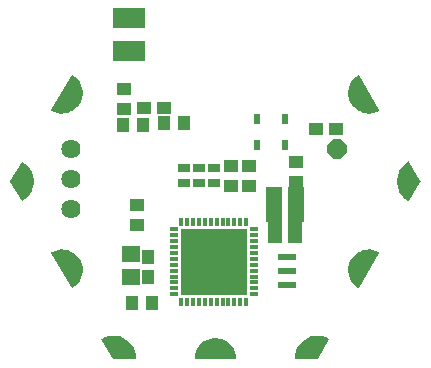
<source format=gbr>
G04 EAGLE Gerber RS-274X export*
G75*
%MOMM*%
%FSLAX34Y34*%
%LPD*%
%INSoldermask Bottom*%
%IPPOS*%
%AMOC8*
5,1,8,0,0,1.08239X$1,22.5*%
G01*
%ADD10R,1.201600X1.101600*%
%ADD11R,1.401600X1.601600*%
%ADD12R,1.101600X1.201600*%
%ADD13R,1.501597X0.501600*%
%ADD14R,1.601600X1.401600*%
%ADD15C,1.101600*%
%ADD16R,0.651600X0.398781*%
%ADD17R,0.398781X0.651600*%
%ADD18R,5.701600X5.701600*%
%ADD19P,1.759533X8X202.500000*%
%ADD20C,1.625600*%
%ADD21R,1.001600X0.801600*%
%ADD22R,0.601600X0.901600*%
%ADD23R,2.801600X1.701600*%

G36*
X16929Y94D02*
X16929Y94D01*
X16958Y92D01*
X17025Y114D01*
X17095Y128D01*
X17119Y144D01*
X17147Y153D01*
X17200Y200D01*
X17259Y240D01*
X17275Y265D01*
X17297Y284D01*
X17328Y348D01*
X17366Y408D01*
X17371Y437D01*
X17383Y463D01*
X17392Y562D01*
X17399Y604D01*
X17396Y615D01*
X17398Y629D01*
X17166Y3427D01*
X17156Y3460D01*
X17152Y3508D01*
X16463Y6230D01*
X16448Y6261D01*
X16436Y6308D01*
X15308Y8879D01*
X15288Y8907D01*
X15269Y8952D01*
X13733Y11302D01*
X13709Y11327D01*
X13683Y11367D01*
X11781Y13433D01*
X11753Y13453D01*
X11720Y13489D01*
X9505Y15213D01*
X9474Y15229D01*
X9436Y15258D01*
X6966Y16595D01*
X6933Y16605D01*
X6891Y16628D01*
X5705Y17035D01*
X4251Y17534D01*
X4235Y17540D01*
X4201Y17544D01*
X4155Y17560D01*
X1386Y18022D01*
X1351Y18021D01*
X1304Y18029D01*
X-1504Y18029D01*
X-1538Y18022D01*
X-1586Y18022D01*
X-4355Y17560D01*
X-4388Y17547D01*
X-4435Y17540D01*
X-7091Y16628D01*
X-7121Y16610D01*
X-7166Y16595D01*
X-9636Y15258D01*
X-9662Y15236D01*
X-9705Y15213D01*
X-11920Y13489D01*
X-11943Y13462D01*
X-11981Y13433D01*
X-13883Y11367D01*
X-13901Y11338D01*
X-13933Y11302D01*
X-15469Y8952D01*
X-15482Y8919D01*
X-15508Y8879D01*
X-16636Y6308D01*
X-16643Y6274D01*
X-16646Y6268D01*
X-16652Y6259D01*
X-16653Y6253D01*
X-16663Y6230D01*
X-17352Y3508D01*
X-17354Y3473D01*
X-17366Y3427D01*
X-17598Y629D01*
X-17594Y600D01*
X-17599Y571D01*
X-17583Y502D01*
X-17574Y431D01*
X-17560Y406D01*
X-17553Y378D01*
X-17511Y320D01*
X-17476Y259D01*
X-17452Y241D01*
X-17435Y217D01*
X-17374Y181D01*
X-17317Y138D01*
X-17289Y131D01*
X-17264Y116D01*
X-17166Y99D01*
X-17125Y89D01*
X-17114Y91D01*
X-17100Y88D01*
X16900Y88D01*
X16929Y94D01*
G37*
G36*
X-121493Y60397D02*
X-121493Y60397D01*
X-121422Y60394D01*
X-121395Y60405D01*
X-121366Y60407D01*
X-121276Y60449D01*
X-121236Y60464D01*
X-121228Y60472D01*
X-121215Y60477D01*
X-118912Y62077D01*
X-118888Y62102D01*
X-118848Y62129D01*
X-116839Y64086D01*
X-116820Y64115D01*
X-116785Y64149D01*
X-115126Y66409D01*
X-115111Y66441D01*
X-115082Y66480D01*
X-113818Y68983D01*
X-113809Y69016D01*
X-113787Y69059D01*
X-112951Y71736D01*
X-112948Y71771D01*
X-112933Y71817D01*
X-112550Y74595D01*
X-112552Y74630D01*
X-112546Y74677D01*
X-112625Y77481D01*
X-112633Y77515D01*
X-112634Y77563D01*
X-113173Y80315D01*
X-113187Y80347D01*
X-113196Y80394D01*
X-114181Y83020D01*
X-114196Y83045D01*
X-114201Y83064D01*
X-114209Y83075D01*
X-114216Y83094D01*
X-115620Y85522D01*
X-115643Y85548D01*
X-115667Y85590D01*
X-117451Y87754D01*
X-117478Y87775D01*
X-117509Y87813D01*
X-119625Y89653D01*
X-119655Y89670D01*
X-119691Y89702D01*
X-122082Y91169D01*
X-122114Y91181D01*
X-122155Y91206D01*
X-124754Y92260D01*
X-124788Y92266D01*
X-124833Y92284D01*
X-127570Y92896D01*
X-127605Y92897D01*
X-127652Y92907D01*
X-130452Y93060D01*
X-130486Y93055D01*
X-130534Y93058D01*
X-133322Y92747D01*
X-133355Y92737D01*
X-133403Y92731D01*
X-136101Y91966D01*
X-136131Y91951D01*
X-136178Y91937D01*
X-138713Y90739D01*
X-138737Y90721D01*
X-138764Y90711D01*
X-138816Y90662D01*
X-138873Y90620D01*
X-138887Y90595D01*
X-138909Y90575D01*
X-138937Y90509D01*
X-138973Y90448D01*
X-138976Y90419D01*
X-138988Y90392D01*
X-138989Y90321D01*
X-138998Y90251D01*
X-138990Y90223D01*
X-138990Y90193D01*
X-138956Y90101D01*
X-138944Y90059D01*
X-138937Y90051D01*
X-138932Y90038D01*
X-121932Y60638D01*
X-121913Y60616D01*
X-121900Y60589D01*
X-121847Y60542D01*
X-121800Y60489D01*
X-121774Y60476D01*
X-121752Y60457D01*
X-121685Y60434D01*
X-121621Y60403D01*
X-121592Y60402D01*
X-121564Y60392D01*
X-121493Y60397D01*
G37*
G36*
X130286Y208120D02*
X130286Y208120D01*
X130334Y208118D01*
X133122Y208428D01*
X133155Y208438D01*
X133203Y208444D01*
X135901Y209209D01*
X135931Y209225D01*
X135978Y209238D01*
X138513Y210436D01*
X138537Y210454D01*
X138564Y210464D01*
X138616Y210513D01*
X138673Y210555D01*
X138687Y210580D01*
X138709Y210600D01*
X138737Y210666D01*
X138773Y210727D01*
X138776Y210756D01*
X138788Y210783D01*
X138789Y210854D01*
X138798Y210924D01*
X138790Y210952D01*
X138790Y210982D01*
X138756Y211074D01*
X138744Y211116D01*
X138737Y211125D01*
X138732Y211137D01*
X121732Y240537D01*
X121713Y240559D01*
X121700Y240586D01*
X121647Y240633D01*
X121600Y240686D01*
X121574Y240699D01*
X121552Y240718D01*
X121485Y240741D01*
X121421Y240772D01*
X121392Y240773D01*
X121364Y240783D01*
X121293Y240778D01*
X121222Y240781D01*
X121195Y240770D01*
X121166Y240768D01*
X121076Y240726D01*
X121036Y240711D01*
X121028Y240704D01*
X121015Y240698D01*
X118712Y239098D01*
X118688Y239073D01*
X118648Y239046D01*
X116639Y237089D01*
X116620Y237060D01*
X116585Y237026D01*
X114926Y234766D01*
X114911Y234734D01*
X114882Y234695D01*
X113618Y232192D01*
X113609Y232159D01*
X113587Y232116D01*
X112751Y229439D01*
X112748Y229404D01*
X112733Y229358D01*
X112350Y226580D01*
X112352Y226545D01*
X112346Y226498D01*
X112425Y223694D01*
X112433Y223660D01*
X112434Y223612D01*
X112973Y220860D01*
X112987Y220828D01*
X112996Y220781D01*
X113981Y218155D01*
X113999Y218126D01*
X114016Y218081D01*
X115420Y215653D01*
X115443Y215627D01*
X115467Y215585D01*
X117251Y213421D01*
X117278Y213400D01*
X117309Y213362D01*
X119425Y211522D01*
X119455Y211505D01*
X119491Y211473D01*
X121882Y210006D01*
X121914Y209994D01*
X121955Y209969D01*
X124554Y208915D01*
X124588Y208909D01*
X124633Y208891D01*
X127370Y208279D01*
X127405Y208278D01*
X127452Y208268D01*
X130252Y208115D01*
X130286Y208120D01*
G37*
G36*
X121326Y60398D02*
X121326Y60398D01*
X121397Y60398D01*
X121424Y60409D01*
X121453Y60412D01*
X121515Y60447D01*
X121580Y60474D01*
X121601Y60495D01*
X121626Y60509D01*
X121689Y60586D01*
X121719Y60616D01*
X121723Y60627D01*
X121732Y60638D01*
X138732Y90038D01*
X138741Y90065D01*
X138758Y90089D01*
X138773Y90159D01*
X138795Y90226D01*
X138793Y90255D01*
X138799Y90284D01*
X138786Y90354D01*
X138780Y90424D01*
X138767Y90450D01*
X138761Y90479D01*
X138721Y90538D01*
X138689Y90601D01*
X138666Y90620D01*
X138650Y90644D01*
X138568Y90701D01*
X138535Y90728D01*
X138525Y90731D01*
X138513Y90739D01*
X135978Y91937D01*
X135944Y91946D01*
X135901Y91966D01*
X133203Y92731D01*
X133168Y92734D01*
X133122Y92747D01*
X130334Y93058D01*
X130300Y93054D01*
X130252Y93060D01*
X127452Y92907D01*
X127418Y92898D01*
X127370Y92896D01*
X124633Y92284D01*
X124601Y92270D01*
X124554Y92260D01*
X121955Y91206D01*
X121926Y91187D01*
X121882Y91169D01*
X119491Y89702D01*
X119466Y89678D01*
X119425Y89653D01*
X117309Y87813D01*
X117288Y87785D01*
X117251Y87754D01*
X115467Y85590D01*
X115451Y85559D01*
X115420Y85522D01*
X114016Y83094D01*
X114005Y83062D01*
X113998Y83049D01*
X113988Y83034D01*
X113988Y83032D01*
X113981Y83020D01*
X112996Y80394D01*
X112990Y80360D01*
X112973Y80315D01*
X112434Y77563D01*
X112434Y77528D01*
X112425Y77481D01*
X112346Y74677D01*
X112352Y74643D01*
X112350Y74595D01*
X112733Y71817D01*
X112745Y71784D01*
X112751Y71736D01*
X113587Y69059D01*
X113604Y69029D01*
X113618Y68983D01*
X114882Y66480D01*
X114904Y66452D01*
X114926Y66409D01*
X116585Y64149D01*
X116611Y64125D01*
X116639Y64086D01*
X118648Y62129D01*
X118677Y62111D01*
X118712Y62077D01*
X121015Y60477D01*
X121042Y60466D01*
X121065Y60447D01*
X121133Y60427D01*
X121198Y60399D01*
X121227Y60399D01*
X121255Y60390D01*
X121326Y60398D01*
G37*
G36*
X-127652Y208268D02*
X-127652Y208268D01*
X-127618Y208277D01*
X-127570Y208279D01*
X-124833Y208891D01*
X-124801Y208905D01*
X-124754Y208915D01*
X-122155Y209969D01*
X-122126Y209988D01*
X-122082Y210006D01*
X-119691Y211473D01*
X-119666Y211497D01*
X-119625Y211522D01*
X-117509Y213362D01*
X-117488Y213390D01*
X-117451Y213421D01*
X-115667Y215585D01*
X-115651Y215616D01*
X-115620Y215653D01*
X-114216Y218081D01*
X-114205Y218113D01*
X-114181Y218155D01*
X-113196Y220781D01*
X-113190Y220815D01*
X-113173Y220860D01*
X-112634Y223612D01*
X-112634Y223647D01*
X-112625Y223694D01*
X-112546Y226498D01*
X-112552Y226532D01*
X-112550Y226580D01*
X-112933Y229358D01*
X-112945Y229391D01*
X-112951Y229439D01*
X-113787Y232116D01*
X-113804Y232146D01*
X-113818Y232192D01*
X-115082Y234695D01*
X-115104Y234723D01*
X-115126Y234766D01*
X-116785Y237026D01*
X-116811Y237050D01*
X-116839Y237089D01*
X-118848Y239046D01*
X-118877Y239064D01*
X-118912Y239098D01*
X-121215Y240698D01*
X-121242Y240709D01*
X-121265Y240728D01*
X-121333Y240748D01*
X-121398Y240776D01*
X-121427Y240776D01*
X-121455Y240785D01*
X-121526Y240777D01*
X-121597Y240777D01*
X-121624Y240766D01*
X-121653Y240763D01*
X-121715Y240728D01*
X-121780Y240701D01*
X-121801Y240680D01*
X-121826Y240666D01*
X-121889Y240589D01*
X-121919Y240559D01*
X-121923Y240548D01*
X-121932Y240537D01*
X-138932Y211137D01*
X-138941Y211110D01*
X-138958Y211086D01*
X-138973Y211016D01*
X-138995Y210949D01*
X-138993Y210920D01*
X-138999Y210891D01*
X-138986Y210821D01*
X-138980Y210751D01*
X-138967Y210725D01*
X-138961Y210696D01*
X-138921Y210637D01*
X-138889Y210574D01*
X-138866Y210555D01*
X-138850Y210531D01*
X-138768Y210474D01*
X-138735Y210447D01*
X-138725Y210444D01*
X-138713Y210436D01*
X-136178Y209238D01*
X-136144Y209229D01*
X-136101Y209209D01*
X-133403Y208444D01*
X-133368Y208441D01*
X-133322Y208428D01*
X-130534Y208118D01*
X-130500Y208121D01*
X-130452Y208115D01*
X-127652Y208268D01*
G37*
G36*
X163627Y133598D02*
X163627Y133598D01*
X163698Y133598D01*
X163725Y133609D01*
X163754Y133612D01*
X163816Y133648D01*
X163881Y133675D01*
X163902Y133696D01*
X163927Y133710D01*
X163990Y133787D01*
X164020Y133818D01*
X164024Y133828D01*
X164033Y133838D01*
X173533Y150338D01*
X173543Y150370D01*
X173552Y150383D01*
X173556Y150408D01*
X173557Y150411D01*
X173588Y150482D01*
X173588Y150505D01*
X173596Y150527D01*
X173590Y150604D01*
X173591Y150681D01*
X173581Y150705D01*
X173580Y150725D01*
X173559Y150765D01*
X173533Y150837D01*
X164033Y167337D01*
X164014Y167358D01*
X164001Y167385D01*
X163948Y167432D01*
X163901Y167486D01*
X163875Y167498D01*
X163854Y167518D01*
X163786Y167541D01*
X163722Y167572D01*
X163693Y167573D01*
X163666Y167582D01*
X163594Y167578D01*
X163523Y167581D01*
X163496Y167571D01*
X163467Y167569D01*
X163377Y167526D01*
X163337Y167512D01*
X163329Y167504D01*
X163316Y167498D01*
X160793Y165757D01*
X160769Y165732D01*
X160731Y165706D01*
X158519Y163582D01*
X158500Y163554D01*
X158466Y163522D01*
X156624Y161070D01*
X156610Y161040D01*
X156581Y161002D01*
X155156Y158287D01*
X155147Y158256D01*
X155131Y158231D01*
X155130Y158223D01*
X155125Y158214D01*
X154154Y155305D01*
X154150Y155271D01*
X154135Y155227D01*
X153643Y152201D01*
X153644Y152167D01*
X153636Y152121D01*
X153636Y149054D01*
X153637Y149051D01*
X153637Y149048D01*
X153643Y149022D01*
X153643Y149021D01*
X153643Y148974D01*
X154135Y145948D01*
X154147Y145916D01*
X154154Y145870D01*
X155125Y142961D01*
X155142Y142932D01*
X155156Y142888D01*
X156581Y140173D01*
X156603Y140146D01*
X156624Y140105D01*
X158466Y137653D01*
X158491Y137631D01*
X158519Y137593D01*
X160731Y135469D01*
X160759Y135451D01*
X160793Y135418D01*
X163316Y133677D01*
X163343Y133665D01*
X163365Y133647D01*
X163434Y133627D01*
X163499Y133599D01*
X163528Y133598D01*
X163556Y133590D01*
X163627Y133598D01*
G37*
G36*
X-163794Y133597D02*
X-163794Y133597D01*
X-163723Y133594D01*
X-163696Y133604D01*
X-163667Y133606D01*
X-163577Y133649D01*
X-163537Y133663D01*
X-163529Y133671D01*
X-163516Y133677D01*
X-160993Y135418D01*
X-160969Y135443D01*
X-160931Y135469D01*
X-158719Y137593D01*
X-158700Y137621D01*
X-158666Y137653D01*
X-156824Y140105D01*
X-156810Y140135D01*
X-156781Y140173D01*
X-155356Y142888D01*
X-155347Y142920D01*
X-155325Y142961D01*
X-154354Y145870D01*
X-154350Y145904D01*
X-154335Y145948D01*
X-153843Y148974D01*
X-153844Y149008D01*
X-153836Y149054D01*
X-153836Y152121D01*
X-153843Y152154D01*
X-153843Y152201D01*
X-154335Y155227D01*
X-154347Y155259D01*
X-154354Y155305D01*
X-155325Y158214D01*
X-155338Y158237D01*
X-155344Y158261D01*
X-155351Y158270D01*
X-155356Y158287D01*
X-156781Y161002D01*
X-156803Y161029D01*
X-156824Y161070D01*
X-158666Y163522D01*
X-158691Y163544D01*
X-158719Y163582D01*
X-160931Y165706D01*
X-160959Y165724D01*
X-160993Y165757D01*
X-163516Y167498D01*
X-163543Y167510D01*
X-163565Y167528D01*
X-163634Y167549D01*
X-163699Y167576D01*
X-163728Y167577D01*
X-163756Y167585D01*
X-163827Y167577D01*
X-163898Y167577D01*
X-163925Y167566D01*
X-163954Y167563D01*
X-164016Y167528D01*
X-164081Y167500D01*
X-164102Y167479D01*
X-164127Y167465D01*
X-164190Y167388D01*
X-164220Y167357D01*
X-164224Y167347D01*
X-164233Y167337D01*
X-173733Y150837D01*
X-173757Y150764D01*
X-173788Y150693D01*
X-173788Y150670D01*
X-173796Y150648D01*
X-173790Y150571D01*
X-173791Y150494D01*
X-173781Y150470D01*
X-173780Y150450D01*
X-173759Y150410D01*
X-173740Y150358D01*
X-173739Y150353D01*
X-173737Y150351D01*
X-173733Y150338D01*
X-164233Y133838D01*
X-164214Y133817D01*
X-164201Y133790D01*
X-164148Y133743D01*
X-164101Y133689D01*
X-164075Y133677D01*
X-164054Y133657D01*
X-163986Y133634D01*
X-163922Y133603D01*
X-163893Y133602D01*
X-163866Y133593D01*
X-163794Y133597D01*
G37*
G36*
X86576Y104D02*
X86576Y104D01*
X86654Y112D01*
X86673Y123D01*
X86695Y128D01*
X86759Y172D01*
X86827Y210D01*
X86843Y229D01*
X86859Y240D01*
X86883Y278D01*
X86933Y338D01*
X96433Y16838D01*
X96442Y16866D01*
X96458Y16889D01*
X96473Y16959D01*
X96496Y17027D01*
X96493Y17056D01*
X96499Y17084D01*
X96486Y17154D01*
X96480Y17225D01*
X96467Y17251D01*
X96461Y17279D01*
X96421Y17338D01*
X96388Y17402D01*
X96366Y17420D01*
X96350Y17444D01*
X96267Y17501D01*
X96235Y17528D01*
X96224Y17531D01*
X96214Y17539D01*
X93448Y18847D01*
X93415Y18855D01*
X93372Y18876D01*
X90432Y19723D01*
X90398Y19726D01*
X90354Y19739D01*
X87316Y20105D01*
X87282Y20102D01*
X87235Y20108D01*
X84178Y19981D01*
X84145Y19973D01*
X84098Y19971D01*
X81101Y19355D01*
X81070Y19342D01*
X81024Y19333D01*
X78164Y18245D01*
X78136Y18226D01*
X78092Y18210D01*
X75444Y16677D01*
X75418Y16654D01*
X75378Y16631D01*
X73010Y14693D01*
X72988Y14667D01*
X72952Y14637D01*
X70925Y12345D01*
X70909Y12315D01*
X70877Y12280D01*
X69245Y9692D01*
X69233Y9661D01*
X69208Y9621D01*
X68012Y6805D01*
X68005Y6771D01*
X68002Y6765D01*
X67998Y6758D01*
X67997Y6753D01*
X67986Y6728D01*
X67258Y3757D01*
X67256Y3723D01*
X67245Y3677D01*
X67002Y627D01*
X67006Y599D01*
X67001Y571D01*
X67018Y501D01*
X67026Y430D01*
X67041Y405D01*
X67047Y378D01*
X67090Y320D01*
X67126Y257D01*
X67148Y240D01*
X67165Y217D01*
X67227Y181D01*
X67284Y137D01*
X67312Y130D01*
X67336Y116D01*
X67436Y99D01*
X67477Y89D01*
X67487Y90D01*
X67500Y88D01*
X86500Y88D01*
X86576Y104D01*
G37*
G36*
X-67672Y94D02*
X-67672Y94D01*
X-67644Y91D01*
X-67576Y114D01*
X-67505Y128D01*
X-67482Y144D01*
X-67455Y153D01*
X-67400Y200D01*
X-67341Y240D01*
X-67326Y264D01*
X-67305Y283D01*
X-67273Y347D01*
X-67234Y408D01*
X-67229Y436D01*
X-67217Y461D01*
X-67208Y563D01*
X-67201Y604D01*
X-67203Y614D01*
X-67202Y627D01*
X-67445Y3677D01*
X-67454Y3710D01*
X-67458Y3757D01*
X-68186Y6728D01*
X-68201Y6759D01*
X-68212Y6805D01*
X-69408Y9621D01*
X-69427Y9649D01*
X-69445Y9692D01*
X-71077Y12280D01*
X-71101Y12305D01*
X-71125Y12345D01*
X-73152Y14637D01*
X-73179Y14658D01*
X-73210Y14693D01*
X-75578Y16631D01*
X-75608Y16647D01*
X-75644Y16677D01*
X-78292Y18210D01*
X-78324Y18221D01*
X-78364Y18245D01*
X-81224Y19333D01*
X-81257Y19339D01*
X-81301Y19355D01*
X-84298Y19971D01*
X-84332Y19971D01*
X-84378Y19981D01*
X-87435Y20108D01*
X-87469Y20102D01*
X-87516Y20105D01*
X-90554Y19739D01*
X-90586Y19729D01*
X-90632Y19723D01*
X-93572Y18876D01*
X-93602Y18860D01*
X-93648Y18847D01*
X-96414Y17539D01*
X-96436Y17522D01*
X-96463Y17512D01*
X-96515Y17463D01*
X-96573Y17420D01*
X-96587Y17395D01*
X-96608Y17375D01*
X-96637Y17310D01*
X-96673Y17248D01*
X-96676Y17220D01*
X-96688Y17193D01*
X-96689Y17121D01*
X-96698Y17051D01*
X-96690Y17023D01*
X-96691Y16994D01*
X-96655Y16900D01*
X-96644Y16859D01*
X-96637Y16851D01*
X-96633Y16838D01*
X-87133Y338D01*
X-87081Y280D01*
X-87035Y217D01*
X-87016Y206D01*
X-87001Y189D01*
X-86931Y156D01*
X-86864Y116D01*
X-86840Y112D01*
X-86822Y103D01*
X-86777Y101D01*
X-86700Y88D01*
X-67700Y88D01*
X-67672Y94D01*
G37*
D10*
X67238Y103188D03*
X50238Y103188D03*
D11*
X49238Y123825D03*
X68238Y123825D03*
D12*
X-70413Y47625D03*
X-53413Y47625D03*
D13*
X60325Y86612D03*
X60325Y74613D03*
X60325Y62613D03*
D10*
X85163Y195263D03*
X102163Y195263D03*
X67238Y112713D03*
X50238Y112713D03*
D12*
X-57150Y69288D03*
X-57150Y86288D03*
D14*
X-71438Y88875D03*
X-71438Y69875D03*
D10*
X-66675Y130738D03*
X-66675Y113738D03*
D11*
X49238Y138113D03*
X68238Y138113D03*
D10*
X68263Y167250D03*
X68263Y150250D03*
D15*
X165100Y150588D03*
X82500Y7488D03*
X-82700Y7488D03*
X-165300Y150588D03*
X123800Y222088D03*
X123800Y79088D03*
X-100Y7488D03*
X-124000Y79088D03*
X-124000Y222088D03*
D16*
X32213Y110057D03*
X32213Y105056D03*
X32213Y100054D03*
X32213Y95053D03*
X32213Y90052D03*
X32213Y85051D03*
X32213Y80049D03*
X32213Y75048D03*
X32213Y70047D03*
X32213Y65046D03*
X32213Y60044D03*
X32213Y55043D03*
D17*
X25920Y48750D03*
X20919Y48750D03*
X15917Y48750D03*
X10916Y48750D03*
X5915Y48750D03*
X914Y48750D03*
X-4089Y48750D03*
X-9090Y48750D03*
X-14091Y48750D03*
X-19092Y48750D03*
X-24094Y48750D03*
X-29095Y48750D03*
D16*
X-35388Y55043D03*
X-35388Y60044D03*
X-35388Y65046D03*
X-35388Y70047D03*
X-35388Y75048D03*
X-35388Y80049D03*
X-35388Y85051D03*
X-35388Y90052D03*
X-35388Y95053D03*
X-35388Y100054D03*
X-35388Y105056D03*
X-35388Y110057D03*
D17*
X-29095Y116350D03*
X-24094Y116350D03*
X-19092Y116350D03*
X-14091Y116350D03*
X-9090Y116350D03*
X-4089Y116350D03*
X914Y116350D03*
X5915Y116350D03*
X10916Y116350D03*
X15917Y116350D03*
X20919Y116350D03*
X25920Y116350D03*
D18*
X-1588Y82550D03*
D19*
X103188Y177800D03*
D20*
X-122238Y177800D03*
X-122238Y152400D03*
X-122238Y127000D03*
D10*
X12700Y164075D03*
X12700Y147075D03*
X28575Y164075D03*
X28575Y147075D03*
D12*
X-26425Y200025D03*
X-43425Y200025D03*
D21*
X-26988Y162075D03*
X-26988Y149075D03*
X-1588Y162075D03*
X-1588Y149075D03*
X-14288Y162075D03*
X-14288Y149075D03*
D10*
X-77788Y229163D03*
X-77788Y212163D03*
D22*
X58738Y203088D03*
X58738Y181088D03*
X34925Y203088D03*
X34925Y181088D03*
D12*
X-61350Y198438D03*
X-78350Y198438D03*
D23*
X-73025Y260638D03*
X-73025Y288638D03*
D10*
X-43888Y212725D03*
X-60888Y212725D03*
M02*

</source>
